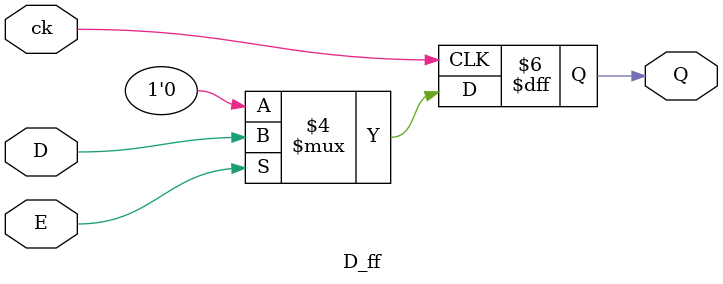
<source format=v>
module D_ff(
        input D,ck,E,
        output reg Q
    );

    always @(negedge ck)
        if(E==0)Q<=1'b0;
        else Q<=D;
endmodule
</source>
